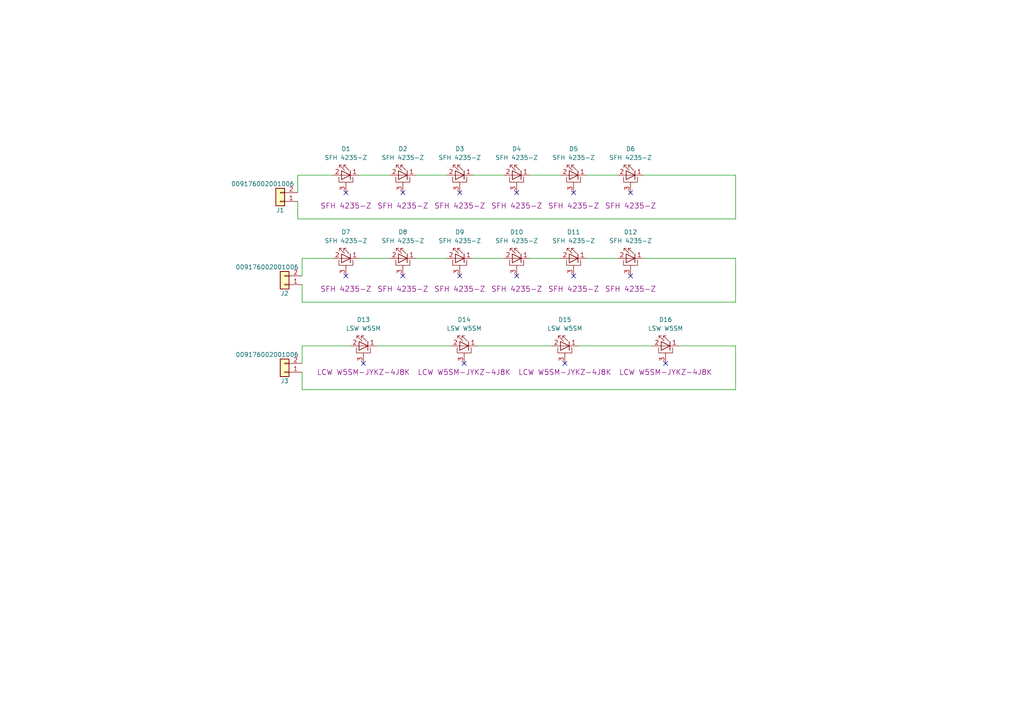
<source format=kicad_sch>
(kicad_sch (version 20231120) (generator "eeschema") (generator_version "8.0")
  (paper "A4")
  (lib_symbols
    (symbol "Helios_LED_panel-rescue:Conn_01x02" (pin_names (offset 1.016) hide)
      (property "Reference" "J" (at 0 2.54 0))
      (property "Value" "Conn_01x02" (at 0 -5.08 0))
      (symbol "Conn_01x02_1_1"
        (rectangle (start -1.27 -2.413) (end 0 -2.667) (stroke (width 0.1524)))
        (rectangle (start -1.27 0.127) (end 0 -0.127) (stroke (width 0.1524)))
        (rectangle (start -1.27 1.27) (end 1.27 -3.81) (stroke (width 0.254)) (fill (type background)))
        (pin passive line (at -5.08 0 0) (length 3.81) (name "Pin_1") (number "1"))
        (pin passive line (at -5.08 -2.54 0) (length 3.81) (name "Pin_2") (number "2"))
      )
    )
    (symbol "Helios_LED_panel-rescue:LED_PAD" (pin_names (offset 1.016) hide)
      (property "Reference" "D" (at 0 5.715 0))
      (property "Value" "LED_PAD" (at 0 3.81 0))
      (symbol "LED_PAD_0_1"
        (polyline (pts (xy -1.27 -1.27) (xy -1.27 1.27)) (stroke (width 0.2032)))
        (polyline (pts (xy -1.27 0) (xy 1.27 0)))
        (polyline (pts (xy 0 -2.54) (xy 0 -2.032)))
        (polyline (pts (xy -2.032 -0.508) (xy -2.032 -2.032) (xy 2.032 -2.032) (xy 2.032 -0.508)))
        (polyline (pts (xy 1.27 -1.27) (xy 1.27 1.27) (xy -1.27 0) (xy 1.27 -1.27)) (stroke (width 0.2032)))
        (polyline (pts (xy -0.889 1.397) (xy 0.635 2.921) (xy -0.127 2.921) (xy 0.635 2.921) (xy 0.635 2.159)))
        (polyline (pts (xy 0.381 1.397) (xy 1.905 2.921) (xy 1.143 2.921) (xy 1.905 2.921) (xy 1.905 2.159)))
      )
      (symbol "LED_PAD_1_1"
        (pin passive line (at -3.81 0 0) (length 2.54) (name "K") (number "1"))
        (pin passive line (at 3.81 0 180) (length 2.54) (name "A") (number "2"))
        (pin passive line (at 0 -5.08 90) (length 2.54) (name "PAD") (number "3"))
      )
    )
  )
  (no_connect (at 166.37 80.01))
  (no_connect (at 133.35 55.88))
  (no_connect (at 193.04 105.41))
  (no_connect (at 182.88 55.88))
  (no_connect (at 100.33 55.88))
  (no_connect (at 149.86 55.88))
  (no_connect (at 182.88 80.01))
  (no_connect (at 100.33 80.01))
  (no_connect (at 166.37 55.88))
  (no_connect (at 149.86 80.01))
  (no_connect (at 116.84 55.88))
  (no_connect (at 163.83 105.41))
  (no_connect (at 134.62 105.41))
  (no_connect (at 116.84 80.01))
  (no_connect (at 105.41 105.41))
  (no_connect (at 133.35 80.01))
  (wire (pts (xy 109.22 100.33) (xy 130.81 100.33)))
  (wire (pts (xy 213.36 50.8) (xy 213.36 63.5)))
  (wire (pts (xy 167.64 100.33) (xy 189.23 100.33)))
  (wire (pts (xy 137.16 50.8) (xy 146.05 50.8)))
  (wire (pts (xy 137.16 74.93) (xy 146.05 74.93)))
  (wire (pts (xy 87.63 80.01) (xy 87.63 74.93)))
  (wire (pts (xy 196.85 100.33) (xy 213.36 100.33)))
  (wire (pts (xy 170.18 74.93) (xy 179.07 74.93)))
  (wire (pts (xy 120.65 50.8) (xy 129.54 50.8)))
  (wire (pts (xy 86.36 50.8) (xy 96.52 50.8)))
  (wire (pts (xy 104.14 74.93) (xy 113.03 74.93)))
  (wire (pts (xy 213.36 113.03) (xy 87.63 113.03)))
  (wire (pts (xy 86.36 55.88) (xy 86.36 50.8)))
  (wire (pts (xy 213.36 74.93) (xy 213.36 87.63)))
  (wire (pts (xy 186.69 74.93) (xy 213.36 74.93)))
  (wire (pts (xy 87.63 74.93) (xy 96.52 74.93)))
  (wire (pts (xy 186.69 50.8) (xy 213.36 50.8)))
  (wire (pts (xy 153.67 74.93) (xy 162.56 74.93)))
  (wire (pts (xy 138.43 100.33) (xy 160.02 100.33)))
  (wire (pts (xy 153.67 50.8) (xy 162.56 50.8)))
  (wire (pts (xy 87.63 87.63) (xy 87.63 82.55)))
  (wire (pts (xy 213.36 63.5) (xy 86.36 63.5)))
  (wire (pts (xy 213.36 100.33) (xy 213.36 113.03)))
  (wire (pts (xy 87.63 105.41) (xy 87.63 100.33)))
  (wire (pts (xy 86.36 63.5) (xy 86.36 58.42)))
  (wire (pts (xy 104.14 50.8) (xy 113.03 50.8)))
  (wire (pts (xy 87.63 100.33) (xy 101.6 100.33)))
  (wire (pts (xy 120.65 74.93) (xy 129.54 74.93)))
  (wire (pts (xy 170.18 50.8) (xy 179.07 50.8)))
  (wire (pts (xy 213.36 87.63) (xy 87.63 87.63)))
  (wire (pts (xy 87.63 113.03) (xy 87.63 107.95)))
  (symbol (lib_id "Helios_LED_panel-rescue:LED_PAD") (at 149.86 50.8 0) (mirror y) (unit 1)
    (property "Reference" "D4" (at 149.86 43.18 0))
    (property "Value" "SFH 4235-Z" (at 149.86 45.72 0))
    (property "Footprint" "FORT:OSRAM_Platinium_Dragon" (effects (hide yes)))
    (property "Description" "SFH 4235-Z" (at 149.86 59.69 0) (effects (font (size 1.524 1.524))))
  )
  (symbol (lib_id "Helios_LED_panel-rescue:LED_PAD") (at 166.37 50.8 0) (mirror y) (unit 1)
    (property "Reference" "D5" (at 166.37 43.18 0))
    (property "Value" "SFH 4235-Z" (at 166.37 45.72 0))
    (property "Footprint" "FORT:OSRAM_Platinium_Dragon" (effects (hide yes)))
    (property "Description" "SFH 4235-Z" (at 166.37 59.69 0) (effects (font (size 1.524 1.524))))
  )
  (symbol (lib_id "Helios_LED_panel-rescue:LED_PAD") (at 182.88 50.8 0) (mirror y) (unit 1)
    (property "Reference" "D6" (at 182.88 43.18 0))
    (property "Value" "SFH 4235-Z" (at 182.88 45.72 0))
    (property "Footprint" "FORT:OSRAM_Platinium_Dragon" (effects (hide yes)))
    (property "Description" "SFH 4235-Z" (at 182.88 59.69 0) (effects (font (size 1.524 1.524))))
  )
  (symbol (lib_id "Helios_LED_panel-rescue:LED_PAD") (at 100.33 50.8 0) (mirror y) (unit 1)
    (property "Reference" "D1" (at 100.33 43.18 0))
    (property "Value" "SFH 4235-Z" (at 100.33 45.72 0))
    (property "Footprint" "FORT:OSRAM_Platinium_Dragon" (effects (hide yes)))
    (property "Description" "SFH 4235-Z" (at 100.33 59.69 0) (effects (font (size 1.524 1.524))))
  )
  (symbol (lib_id "Helios_LED_panel-rescue:LED_PAD") (at 116.84 50.8 0) (mirror y) (unit 1)
    (property "Reference" "D2" (at 116.84 43.18 0))
    (property "Value" "SFH 4235-Z" (at 116.84 45.72 0))
    (property "Footprint" "FORT:OSRAM_Platinium_Dragon" (effects (hide yes)))
    (property "Description" "SFH 4235-Z" (at 116.84 59.69 0) (effects (font (size 1.524 1.524))))
  )
  (symbol (lib_id "Helios_LED_panel-rescue:LED_PAD") (at 133.35 50.8 0) (mirror y) (unit 1)
    (property "Reference" "D3" (at 133.35 43.18 0))
    (property "Value" "SFH 4235-Z" (at 133.35 45.72 0))
    (property "Footprint" "FORT:OSRAM_Platinium_Dragon" (effects (hide yes)))
    (property "Description" "SFH 4235-Z" (at 133.35 59.69 0) (effects (font (size 1.524 1.524))))
  )
  (symbol (lib_id "Helios_LED_panel-rescue:LED_PAD") (at 149.86 74.93 0) (mirror y) (unit 1)
    (property "Reference" "D10" (at 149.86 67.31 0))
    (property "Value" "SFH 4235-Z" (at 149.86 69.85 0))
    (property "Footprint" "FORT:OSRAM_Platinium_Dragon" (effects (hide yes)))
    (property "Description" "SFH 4235-Z" (at 149.86 83.82 0) (effects (font (size 1.524 1.524))))
  )
  (symbol (lib_id "Helios_LED_panel-rescue:LED_PAD") (at 166.37 74.93 0) (mirror y) (unit 1)
    (property "Reference" "D11" (at 166.37 67.31 0))
    (property "Value" "SFH 4235-Z" (at 166.37 69.85 0))
    (property "Footprint" "FORT:OSRAM_Platinium_Dragon" (effects (hide yes)))
    (property "Description" "SFH 4235-Z" (at 166.37 83.82 0) (effects (font (size 1.524 1.524))))
  )
  (symbol (lib_id "Helios_LED_panel-rescue:LED_PAD") (at 182.88 74.93 0) (mirror y) (unit 1)
    (property "Reference" "D12" (at 182.88 67.31 0))
    (property "Value" "SFH 4235-Z" (at 182.88 69.85 0))
    (property "Footprint" "FORT:OSRAM_Platinium_Dragon" (effects (hide yes)))
    (property "Description" "SFH 4235-Z" (at 182.88 83.82 0) (effects (font (size 1.524 1.524))))
  )
  (symbol (lib_id "Helios_LED_panel-rescue:LED_PAD") (at 100.33 74.93 0) (mirror y) (unit 1)
    (property "Reference" "D7" (at 100.33 67.31 0))
    (property "Value" "SFH 4235-Z" (at 100.33 69.85 0))
    (property "Footprint" "FORT:OSRAM_Platinium_Dragon" (effects (hide yes)))
    (property "Description" "SFH 4235-Z" (at 100.33 83.82 0) (effects (font (size 1.524 1.524))))
  )
  (symbol (lib_id "Helios_LED_panel-rescue:LED_PAD") (at 116.84 74.93 0) (mirror y) (unit 1)
    (property "Reference" "D8" (at 116.84 67.31 0))
    (property "Value" "SFH 4235-Z" (at 116.84 69.85 0))
    (property "Footprint" "FORT:OSRAM_Platinium_Dragon" (effects (hide yes)))
    (property "Description" "SFH 4235-Z" (at 116.84 83.82 0) (effects (font (size 1.524 1.524))))
  )
  (symbol (lib_id "Helios_LED_panel-rescue:LED_PAD") (at 133.35 74.93 0) (mirror y) (unit 1)
    (property "Reference" "D9" (at 133.35 67.31 0))
    (property "Value" "SFH 4235-Z" (at 133.35 69.85 0))
    (property "Footprint" "FORT:OSRAM_Platinium_Dragon" (effects (hide yes)))
    (property "Description" "SFH 4235-Z" (at 133.35 83.82 0) (effects (font (size 1.524 1.524))))
  )
  (symbol (lib_id "Helios_LED_panel-rescue:LED_PAD") (at 105.41 100.33 0) (mirror y) (unit 1)
    (property "Reference" "D13" (at 105.41 92.71 0))
    (property "Value" "LSW W5SM" (at 105.41 95.25 0))
    (property "Footprint" "FORT:OSRAM_Platinium_Dragon" (effects (hide yes)))
    (property "Description" "LCW W5SM-JYKZ-4J8K" (at 105.41 107.95 0) (effects (font (size 1.524 1.524))))
  )
  (symbol (lib_id "Helios_LED_panel-rescue:LED_PAD") (at 134.62 100.33 0) (mirror y) (unit 1)
    (property "Reference" "D14" (at 134.62 92.71 0))
    (property "Value" "LSW W5SM" (at 134.62 95.25 0))
    (property "Footprint" "FORT:OSRAM_Platinium_Dragon" (effects (hide yes)))
    (property "Description" "LCW W5SM-JYKZ-4J8K" (at 134.62 107.95 0) (effects (font (size 1.524 1.524))))
  )
  (symbol (lib_id "Helios_LED_panel-rescue:LED_PAD") (at 163.83 100.33 0) (mirror y) (unit 1)
    (property "Reference" "D15" (at 163.83 92.71 0))
    (property "Value" "LSW W5SM" (at 163.83 95.25 0))
    (property "Footprint" "FORT:OSRAM_Platinium_Dragon" (effects (hide yes)))
    (property "Description" "LCW W5SM-JYKZ-4J8K" (at 163.83 107.95 0) (effects (font (size 1.524 1.524))))
  )
  (symbol (lib_id "Helios_LED_panel-rescue:LED_PAD") (at 193.04 100.33 0) (mirror y) (unit 1)
    (property "Reference" "D16" (at 193.04 92.71 0))
    (property "Value" "LSW W5SM" (at 193.04 95.25 0))
    (property "Footprint" "FORT:OSRAM_Platinium_Dragon" (effects (hide yes)))
    (property "Description" "LCW W5SM-JYKZ-4J8K" (at 193.04 107.95 0) (effects (font (size 1.524 1.524))))
  )
  (symbol (lib_id "Helios_LED_panel-rescue:Conn_01x02") (at 81.28 58.42 180) (unit 1)
    (property "Reference" "J1" (at 81.28 60.96 0))
    (property "Value" "009176002001006" (at 76.2 53.34 0))
    (property "Footprint" "FORT:009176002701106" (effects (hide yes)))
    (property "Description" "009176002001006" (effects (hide yes)))
  )
  (symbol (lib_id "Helios_LED_panel-rescue:Conn_01x02") (at 82.55 82.55 180) (unit 1)
    (property "Reference" "J2" (at 82.55 85.09 0))
    (property "Value" "009176002001006" (at 77.47 77.47 0))
    (property "Footprint" "FORT:009176002701106" (effects (hide yes)))
    (property "Description" "009176002001006" (effects (hide yes)))
  )
  (symbol (lib_id "Helios_LED_panel-rescue:Conn_01x02") (at 82.55 107.95 180) (unit 1)
    (property "Reference" "J3" (at 82.55 110.49 0))
    (property "Value" "009176002001006" (at 77.47 102.87 0))
    (property "Footprint" "FORT:009176002701106" (effects (hide yes)))
    (property "Description" "009176002001006" (effects (hide yes)))
  )
)
</source>
